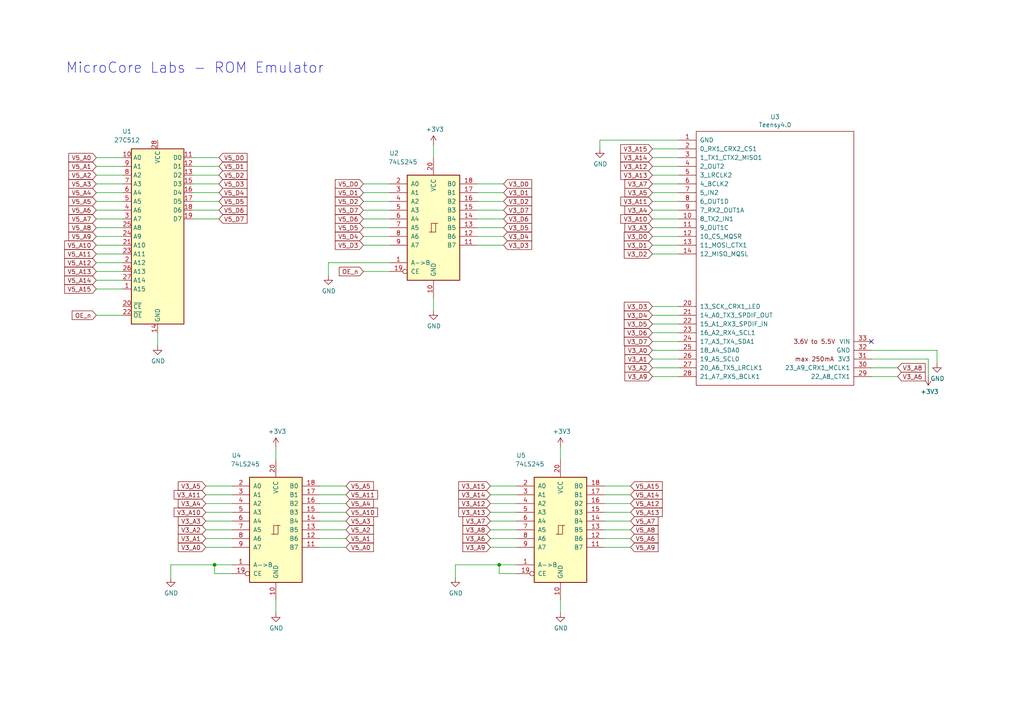
<source format=kicad_sch>
(kicad_sch (version 20211123) (generator eeschema)
  (paper "A4")
  (lib_symbols
    (symbol "74xx:74LS245" (pin_names (offset 1.016))
      (property "Reference" "U" (at -7.62 16.51 0))
      (property "Value" "74LS245" (at -7.62 -16.51 0))
      (symbol "74LS245_1_0"
        (polyline (pts (xy -0.635 -1.27) (xy -0.635 1.27) (xy 0.635 1.27)))
        (polyline (pts (xy -1.27 -1.27) (xy 0.635 -1.27) (xy 0.635 1.27) (xy 1.27 1.27)))
        (pin input line (at -12.7 -10.16 0) (length 5.08) (name "A->B") (number "1"))
        (pin power_in line (at 0 -20.32 90) (length 5.08) (name "GND") (number "10"))
        (pin tri_state line (at 12.7 -5.08 180) (length 5.08) (name "B7") (number "11"))
        (pin tri_state line (at 12.7 -2.54 180) (length 5.08) (name "B6") (number "12"))
        (pin tri_state line (at 12.7 0 180) (length 5.08) (name "B5") (number "13"))
        (pin tri_state line (at 12.7 2.54 180) (length 5.08) (name "B4") (number "14"))
        (pin tri_state line (at 12.7 5.08 180) (length 5.08) (name "B3") (number "15"))
        (pin tri_state line (at 12.7 7.62 180) (length 5.08) (name "B2") (number "16"))
        (pin tri_state line (at 12.7 10.16 180) (length 5.08) (name "B1") (number "17"))
        (pin tri_state line (at 12.7 12.7 180) (length 5.08) (name "B0") (number "18"))
        (pin input inverted (at -12.7 -12.7 0) (length 5.08) (name "CE") (number "19"))
        (pin tri_state line (at -12.7 12.7 0) (length 5.08) (name "A0") (number "2"))
        (pin power_in line (at 0 20.32 270) (length 5.08) (name "VCC") (number "20"))
        (pin tri_state line (at -12.7 10.16 0) (length 5.08) (name "A1") (number "3"))
        (pin tri_state line (at -12.7 7.62 0) (length 5.08) (name "A2") (number "4"))
        (pin tri_state line (at -12.7 5.08 0) (length 5.08) (name "A3") (number "5"))
        (pin tri_state line (at -12.7 2.54 0) (length 5.08) (name "A4") (number "6"))
        (pin tri_state line (at -12.7 0 0) (length 5.08) (name "A5") (number "7"))
        (pin tri_state line (at -12.7 -2.54 0) (length 5.08) (name "A6") (number "8"))
        (pin tri_state line (at -12.7 -5.08 0) (length 5.08) (name "A7") (number "9"))
      )
      (symbol "74LS245_1_1"
        (rectangle (start -7.62 15.24) (end 7.62 -15.24) (stroke (width 0.254)) (fill (type background)))
      )
    )
    (symbol "Memory_EPROM:27C512"
      (property "Reference" "U" (at -7.62 26.67 0))
      (property "Value" "27C512" (at 2.54 -26.67 0))
      (symbol "27C512_1_1"
        (rectangle (start -7.62 25.4) (end 7.62 -25.4) (stroke (width 0.254)) (fill (type background)))
        (pin input line (at -10.16 -15.24 0) (length 2.54) (name "A15") (number "1"))
        (pin input line (at -10.16 22.86 0) (length 2.54) (name "A0") (number "10"))
        (pin tri_state line (at 10.16 22.86 180) (length 2.54) (name "D0") (number "11"))
        (pin tri_state line (at 10.16 20.32 180) (length 2.54) (name "D1") (number "12"))
        (pin tri_state line (at 10.16 17.78 180) (length 2.54) (name "D2") (number "13"))
        (pin power_in line (at 0 -27.94 90) (length 2.54) (name "GND") (number "14"))
        (pin tri_state line (at 10.16 15.24 180) (length 2.54) (name "D3") (number "15"))
        (pin tri_state line (at 10.16 12.7 180) (length 2.54) (name "D4") (number "16"))
        (pin tri_state line (at 10.16 10.16 180) (length 2.54) (name "D5") (number "17"))
        (pin tri_state line (at 10.16 7.62 180) (length 2.54) (name "D6") (number "18"))
        (pin tri_state line (at 10.16 5.08 180) (length 2.54) (name "D7") (number "19"))
        (pin input line (at -10.16 -7.62 0) (length 2.54) (name "A12") (number "2"))
        (pin input line (at -10.16 -20.32 0) (length 2.54) (name "~{CE}") (number "20"))
        (pin input line (at -10.16 -2.54 0) (length 2.54) (name "A10") (number "21"))
        (pin input line (at -10.16 -22.86 0) (length 2.54) (name "~{OE}") (number "22"))
        (pin input line (at -10.16 -5.08 0) (length 2.54) (name "A11") (number "23"))
        (pin input line (at -10.16 0 0) (length 2.54) (name "A9") (number "24"))
        (pin input line (at -10.16 2.54 0) (length 2.54) (name "A8") (number "25"))
        (pin input line (at -10.16 -10.16 0) (length 2.54) (name "A13") (number "26"))
        (pin input line (at -10.16 -12.7 0) (length 2.54) (name "A14") (number "27"))
        (pin power_in line (at 0 27.94 270) (length 2.54) (name "VCC") (number "28"))
        (pin input line (at -10.16 5.08 0) (length 2.54) (name "A7") (number "3"))
        (pin input line (at -10.16 7.62 0) (length 2.54) (name "A6") (number "4"))
        (pin input line (at -10.16 10.16 0) (length 2.54) (name "A5") (number "5"))
        (pin input line (at -10.16 12.7 0) (length 2.54) (name "A4") (number "6"))
        (pin input line (at -10.16 15.24 0) (length 2.54) (name "A3") (number "7"))
        (pin input line (at -10.16 17.78 0) (length 2.54) (name "A2") (number "8"))
        (pin input line (at -10.16 20.32 0) (length 2.54) (name "A1") (number "9"))
      )
    )
    (symbol "ROM_Emulator-rescue:+3.3V-power" (power) (pin_names (offset 0))
      (property "Value" "+3.3V-power" (at 0 3.556 0))
      (symbol "+3.3V-power_0_1"
        (polyline (pts (xy -0.762 1.27) (xy 0 2.54)))
        (polyline (pts (xy 0 0) (xy 0 2.54)))
        (polyline (pts (xy 0 2.54) (xy 0.762 1.27)))
      )
      (symbol "+3.3V-power_1_1"
        (pin power_in line (at 0 0 90) (length 0) hide (name "+3V3") (number "1"))
      )
    )
    (symbol "ROM_Emulator-rescue:Teensy4.0" (pin_names (offset 1.016))
      (property "Reference" "U" (at 0 39.37 0))
      (property "Value" "Teensy4.0" (at 0 -39.37 0))
      (symbol "Teensy4.0_0_0"
        (text "3.6V to 5.5V" (at 11.43 -24.13 0) (effects (font (size 1.27 1.27))))
        (text "max 250mA" (at 11.43 -29.21 0) (effects (font (size 1.27 1.27))))
        (pin bidirectional line (at -27.94 11.43 0) (length 5.08) (name "8_TX2_IN1") (number "10"))
        (pin bidirectional line (at -27.94 8.89 0) (length 5.08) (name "9_OUT1C") (number "11"))
        (pin bidirectional line (at -27.94 6.35 0) (length 5.08) (name "10_CS_MQSR") (number "12"))
        (pin bidirectional line (at -27.94 3.81 0) (length 5.08) (name "11_MOSI_CTX1") (number "13"))
        (pin bidirectional line (at -27.94 1.27 0) (length 5.08) (name "12_MISO_MQSL") (number "14"))
        (pin bidirectional line (at -27.94 -13.97 0) (length 5.08) (name "13_SCK_CRX1_LED") (number "20"))
        (pin bidirectional line (at -27.94 -16.51 0) (length 5.08) (name "14_A0_TX3_SPDIF_OUT") (number "21"))
        (pin bidirectional line (at -27.94 -19.05 0) (length 5.08) (name "15_A1_RX3_SPDIF_IN") (number "22"))
        (pin bidirectional line (at -27.94 -21.59 0) (length 5.08) (name "16_A2_RX4_SCL1") (number "23"))
        (pin bidirectional line (at -27.94 -24.13 0) (length 5.08) (name "17_A3_TX4_SDA1") (number "24"))
        (pin bidirectional line (at -27.94 -26.67 0) (length 5.08) (name "18_A4_SDA0") (number "25"))
        (pin bidirectional line (at -27.94 -29.21 0) (length 5.08) (name "19_A5_SCL0") (number "26"))
        (pin bidirectional line (at -27.94 -31.75 0) (length 5.08) (name "20_A6_TX5_LRCLK1") (number "27"))
        (pin bidirectional line (at -27.94 -34.29 0) (length 5.08) (name "21_A7_RX5_BCLK1") (number "28"))
        (pin bidirectional line (at 27.94 -34.29 180) (length 5.08) (name "22_A8_CTX1") (number "29"))
        (pin bidirectional line (at 27.94 -31.75 180) (length 5.08) (name "23_A9_CRX1_MCLK1") (number "30"))
        (pin power_out line (at 27.94 -29.21 180) (length 5.08) (name "3V3") (number "31"))
        (pin power_in line (at 27.94 -26.67 180) (length 5.08) (name "GND") (number "32"))
        (pin power_in line (at 27.94 -24.13 180) (length 5.08) (name "VIN") (number "33"))
        (pin bidirectional line (at -27.94 24.13 0) (length 5.08) (name "3_LRCLK2") (number "5"))
        (pin bidirectional line (at -27.94 21.59 0) (length 5.08) (name "4_BCLK2") (number "6"))
        (pin bidirectional line (at -27.94 19.05 0) (length 5.08) (name "5_IN2") (number "7"))
        (pin bidirectional line (at -27.94 16.51 0) (length 5.08) (name "6_OUT1D") (number "8"))
        (pin bidirectional line (at -27.94 13.97 0) (length 5.08) (name "7_RX2_OUT1A") (number "9"))
      )
      (symbol "Teensy4.0_0_1"
        (rectangle (start -22.86 36.83) (end 22.86 -36.83))
        (rectangle (start -20.32 -31.75) (end -20.32 -31.75))
      )
      (symbol "Teensy4.0_1_1"
        (pin power_in line (at -27.94 34.29 0) (length 5.08) (name "GND") (number "1"))
        (pin bidirectional line (at -27.94 31.75 0) (length 5.08) (name "0_RX1_CRX2_CS1") (number "2"))
        (pin bidirectional line (at -27.94 29.21 0) (length 5.08) (name "1_TX1_CTX2_MISO1") (number "3"))
        (pin bidirectional line (at -27.94 26.67 0) (length 5.08) (name "2_OUT2") (number "4"))
      )
    )
    (symbol "power:GND" (power) (pin_names (offset 0))
      (property "Value" "GND" (at 0 -3.81 0))
      (symbol "GND_0_1"
        (polyline (pts (xy 0 0) (xy 0 -1.27) (xy 1.27 -1.27) (xy 0 -2.54) (xy -1.27 -1.27) (xy 0 -1.27)))
      )
      (symbol "GND_1_1"
        (pin power_in line (at 0 0 270) (length 0) hide (name "GND") (number "1"))
      )
    )
  )
  (junction (at 144.78 163.83))
  (junction (at 62.23 163.83))
  (no_connect (at 252.73 99.06))
  (wire (pts (xy 182.88 153.67) (xy 175.26 153.67)))
  (wire (pts (xy 27.94 71.12) (xy 35.56 71.12)))
  (wire (pts (xy 269.24 104.14) (xy 269.24 109.22)))
  (wire (pts (xy 27.94 45.72) (xy 35.56 45.72)))
  (wire (pts (xy 113.03 76.2) (xy 95.25 76.2)))
  (wire (pts (xy 146.05 55.88) (xy 138.43 55.88)))
  (wire (pts (xy 27.94 68.58) (xy 35.56 68.58)))
  (wire (pts (xy 27.94 81.28) (xy 35.56 81.28)))
  (wire (pts (xy 173.99 40.64) (xy 173.99 43.18)))
  (wire (pts (xy 27.94 83.82) (xy 35.56 83.82)))
  (wire (pts (xy 189.23 106.68) (xy 196.85 106.68)))
  (wire (pts (xy 27.94 58.42) (xy 35.56 58.42)))
  (wire (pts (xy 105.41 63.5) (xy 113.03 63.5)))
  (wire (pts (xy 146.05 53.34) (xy 138.43 53.34)))
  (wire (pts (xy 189.23 43.18) (xy 196.85 43.18)))
  (wire (pts (xy 59.69 158.75) (xy 67.31 158.75)))
  (wire (pts (xy 100.33 158.75) (xy 92.71 158.75)))
  (wire (pts (xy 142.24 146.05) (xy 149.86 146.05)))
  (wire (pts (xy 146.05 58.42) (xy 138.43 58.42)))
  (wire (pts (xy 189.23 73.66) (xy 196.85 73.66)))
  (wire (pts (xy 142.24 158.75) (xy 149.86 158.75)))
  (wire (pts (xy 252.73 101.6) (xy 271.78 101.6)))
  (wire (pts (xy 189.23 101.6) (xy 196.85 101.6)))
  (wire (pts (xy 67.31 163.83) (xy 62.23 163.83)))
  (wire (pts (xy 63.5 45.72) (xy 55.88 45.72)))
  (wire (pts (xy 189.23 58.42) (xy 196.85 58.42)))
  (wire (pts (xy 125.73 90.17) (xy 125.73 86.36)))
  (wire (pts (xy 260.35 109.22) (xy 252.73 109.22)))
  (wire (pts (xy 27.94 78.74) (xy 35.56 78.74)))
  (wire (pts (xy 189.23 45.72) (xy 196.85 45.72)))
  (wire (pts (xy 27.94 63.5) (xy 35.56 63.5)))
  (wire (pts (xy 80.01 133.35) (xy 80.01 129.54)))
  (wire (pts (xy 189.23 104.14) (xy 196.85 104.14)))
  (wire (pts (xy 100.33 156.21) (xy 92.71 156.21)))
  (wire (pts (xy 59.69 148.59) (xy 67.31 148.59)))
  (wire (pts (xy 189.23 48.26) (xy 196.85 48.26)))
  (wire (pts (xy 105.41 68.58) (xy 113.03 68.58)))
  (wire (pts (xy 189.23 50.8) (xy 196.85 50.8)))
  (wire (pts (xy 144.78 166.37) (xy 144.78 163.83)))
  (wire (pts (xy 100.33 140.97) (xy 92.71 140.97)))
  (wire (pts (xy 59.69 156.21) (xy 67.31 156.21)))
  (wire (pts (xy 27.94 60.96) (xy 35.56 60.96)))
  (wire (pts (xy 182.88 151.13) (xy 175.26 151.13)))
  (wire (pts (xy 182.88 158.75) (xy 175.26 158.75)))
  (wire (pts (xy 27.94 66.04) (xy 35.56 66.04)))
  (wire (pts (xy 27.94 50.8) (xy 35.56 50.8)))
  (wire (pts (xy 27.94 76.2) (xy 35.56 76.2)))
  (wire (pts (xy 63.5 48.26) (xy 55.88 48.26)))
  (wire (pts (xy 189.23 60.96) (xy 196.85 60.96)))
  (wire (pts (xy 100.33 146.05) (xy 92.71 146.05)))
  (wire (pts (xy 142.24 151.13) (xy 149.86 151.13)))
  (wire (pts (xy 59.69 153.67) (xy 67.31 153.67)))
  (wire (pts (xy 142.24 148.59) (xy 149.86 148.59)))
  (wire (pts (xy 189.23 68.58) (xy 196.85 68.58)))
  (wire (pts (xy 189.23 91.44) (xy 196.85 91.44)))
  (wire (pts (xy 27.94 91.44) (xy 35.56 91.44)))
  (wire (pts (xy 105.41 78.74) (xy 113.03 78.74)))
  (wire (pts (xy 49.53 167.64) (xy 49.53 163.83)))
  (wire (pts (xy 63.5 63.5) (xy 55.88 63.5)))
  (wire (pts (xy 189.23 88.9) (xy 196.85 88.9)))
  (wire (pts (xy 105.41 53.34) (xy 113.03 53.34)))
  (wire (pts (xy 100.33 143.51) (xy 92.71 143.51)))
  (wire (pts (xy 144.78 166.37) (xy 149.86 166.37)))
  (wire (pts (xy 63.5 50.8) (xy 55.88 50.8)))
  (wire (pts (xy 142.24 156.21) (xy 149.86 156.21)))
  (wire (pts (xy 146.05 68.58) (xy 138.43 68.58)))
  (wire (pts (xy 62.23 163.83) (xy 49.53 163.83)))
  (wire (pts (xy 189.23 63.5) (xy 196.85 63.5)))
  (wire (pts (xy 146.05 63.5) (xy 138.43 63.5)))
  (wire (pts (xy 146.05 66.04) (xy 138.43 66.04)))
  (wire (pts (xy 125.73 45.72) (xy 125.73 41.91)))
  (wire (pts (xy 59.69 146.05) (xy 67.31 146.05)))
  (wire (pts (xy 146.05 60.96) (xy 138.43 60.96)))
  (wire (pts (xy 162.56 177.8) (xy 162.56 173.99)))
  (wire (pts (xy 62.23 166.37) (xy 67.31 166.37)))
  (wire (pts (xy 27.94 48.26) (xy 35.56 48.26)))
  (wire (pts (xy 142.24 143.51) (xy 149.86 143.51)))
  (wire (pts (xy 63.5 58.42) (xy 55.88 58.42)))
  (wire (pts (xy 95.25 80.01) (xy 95.25 76.2)))
  (wire (pts (xy 189.23 66.04) (xy 196.85 66.04)))
  (wire (pts (xy 63.5 55.88) (xy 55.88 55.88)))
  (wire (pts (xy 142.24 140.97) (xy 149.86 140.97)))
  (wire (pts (xy 173.99 40.64) (xy 196.85 40.64)))
  (wire (pts (xy 182.88 146.05) (xy 175.26 146.05)))
  (wire (pts (xy 59.69 140.97) (xy 67.31 140.97)))
  (wire (pts (xy 62.23 166.37) (xy 62.23 163.83)))
  (wire (pts (xy 189.23 109.22) (xy 196.85 109.22)))
  (wire (pts (xy 260.35 106.68) (xy 252.73 106.68)))
  (wire (pts (xy 271.78 105.41) (xy 271.78 101.6)))
  (wire (pts (xy 63.5 60.96) (xy 55.88 60.96)))
  (wire (pts (xy 142.24 153.67) (xy 149.86 153.67)))
  (wire (pts (xy 100.33 151.13) (xy 92.71 151.13)))
  (wire (pts (xy 27.94 73.66) (xy 35.56 73.66)))
  (wire (pts (xy 182.88 140.97) (xy 175.26 140.97)))
  (wire (pts (xy 189.23 71.12) (xy 196.85 71.12)))
  (wire (pts (xy 59.69 143.51) (xy 67.31 143.51)))
  (wire (pts (xy 189.23 96.52) (xy 196.85 96.52)))
  (wire (pts (xy 132.08 167.64) (xy 132.08 163.83)))
  (wire (pts (xy 45.72 100.33) (xy 45.72 96.52)))
  (wire (pts (xy 189.23 53.34) (xy 196.85 53.34)))
  (wire (pts (xy 100.33 153.67) (xy 92.71 153.67)))
  (wire (pts (xy 189.23 99.06) (xy 196.85 99.06)))
  (wire (pts (xy 105.41 60.96) (xy 113.03 60.96)))
  (wire (pts (xy 182.88 156.21) (xy 175.26 156.21)))
  (wire (pts (xy 27.94 53.34) (xy 35.56 53.34)))
  (wire (pts (xy 149.86 163.83) (xy 144.78 163.83)))
  (wire (pts (xy 252.73 104.14) (xy 269.24 104.14)))
  (wire (pts (xy 144.78 163.83) (xy 132.08 163.83)))
  (wire (pts (xy 189.23 55.88) (xy 196.85 55.88)))
  (wire (pts (xy 146.05 71.12) (xy 138.43 71.12)))
  (wire (pts (xy 100.33 148.59) (xy 92.71 148.59)))
  (wire (pts (xy 105.41 55.88) (xy 113.03 55.88)))
  (wire (pts (xy 63.5 53.34) (xy 55.88 53.34)))
  (wire (pts (xy 189.23 93.98) (xy 196.85 93.98)))
  (wire (pts (xy 105.41 71.12) (xy 113.03 71.12)))
  (wire (pts (xy 182.88 148.59) (xy 175.26 148.59)))
  (wire (pts (xy 80.01 177.8) (xy 80.01 173.99)))
  (wire (pts (xy 105.41 58.42) (xy 113.03 58.42)))
  (wire (pts (xy 27.94 55.88) (xy 35.56 55.88)))
  (wire (pts (xy 182.88 143.51) (xy 175.26 143.51)))
  (wire (pts (xy 105.41 66.04) (xy 113.03 66.04)))
  (wire (pts (xy 162.56 133.35) (xy 162.56 129.54)))
  (wire (pts (xy 59.69 151.13) (xy 67.31 151.13)))
  (text "MicroCore Labs - ROM Emulator\n" (at 19.05 21.59 0) (effects (font (size 2.9972 2.9972)) (justify left bottom)))
  (global_label "V5_A14" (shape input) (at 27.94 81.28 180) (property "Intersheet References" "${INTERSHEET_REFS}" (effects hide)))
  (global_label "V3_D7" (shape input) (at 189.23 99.06 180) (property "Intersheet References" "${INTERSHEET_REFS}" (effects hide)))
  (global_label "V3_A11" (shape input) (at 189.23 58.42 180) (property "Intersheet References" "${INTERSHEET_REFS}" (effects hide)))
  (global_label "V5_A10" (shape input) (at 27.94 71.12 180) (property "Intersheet References" "${INTERSHEET_REFS}" (effects hide)))
  (global_label "V3_A3" (shape input) (at 189.23 66.04 180) (property "Intersheet References" "${INTERSHEET_REFS}" (effects hide)))
  (global_label "V5_A1" (shape input) (at 100.33 156.21 0) (property "Intersheet References" "${INTERSHEET_REFS}" (effects hide)))
  (global_label "V5_A9" (shape input) (at 182.88 158.75 0) (property "Intersheet References" "${INTERSHEET_REFS}" (effects hide)))
  (global_label "V3_A0" (shape input) (at 59.69 158.75 180) (property "Intersheet References" "${INTERSHEET_REFS}" (effects hide)))
  (global_label "V3_A7" (shape input) (at 189.23 53.34 180) (property "Intersheet References" "${INTERSHEET_REFS}" (effects hide)))
  (global_label "V5_A3" (shape input) (at 100.33 151.13 0) (property "Intersheet References" "${INTERSHEET_REFS}" (effects hide)))
  (global_label "V3_D1" (shape input) (at 189.23 71.12 180) (property "Intersheet References" "${INTERSHEET_REFS}" (effects hide)))
  (global_label "V5_A2" (shape input) (at 27.94 50.8 180) (property "Intersheet References" "${INTERSHEET_REFS}" (effects hide)))
  (global_label "V5_D2" (shape input) (at 63.5 50.8 0) (property "Intersheet References" "${INTERSHEET_REFS}" (effects hide)))
  (global_label "V3_D0" (shape input) (at 146.05 53.34 0) (property "Intersheet References" "${INTERSHEET_REFS}" (effects hide)))
  (global_label "V3_A13" (shape input) (at 189.23 50.8 180) (property "Intersheet References" "${INTERSHEET_REFS}" (effects hide)))
  (global_label "V5_A5" (shape input) (at 100.33 140.97 0) (property "Intersheet References" "${INTERSHEET_REFS}" (effects hide)))
  (global_label "V5_A11" (shape input) (at 100.33 143.51 0) (property "Intersheet References" "${INTERSHEET_REFS}" (effects hide)))
  (global_label "V3_A1" (shape input) (at 59.69 156.21 180) (property "Intersheet References" "${INTERSHEET_REFS}" (effects hide)))
  (global_label "V5_A8" (shape input) (at 182.88 153.67 0) (property "Intersheet References" "${INTERSHEET_REFS}" (effects hide)))
  (global_label "V3_A6" (shape input) (at 260.35 109.22 0) (property "Intersheet References" "${INTERSHEET_REFS}" (effects hide)))
  (global_label "V5_A6" (shape input) (at 182.88 156.21 0) (property "Intersheet References" "${INTERSHEET_REFS}" (effects hide)))
  (global_label "V5_A3" (shape input) (at 27.94 53.34 180) (property "Intersheet References" "${INTERSHEET_REFS}" (effects hide)))
  (global_label "V3_A4" (shape input) (at 59.69 146.05 180) (property "Intersheet References" "${INTERSHEET_REFS}" (effects hide)))
  (global_label "V5_A6" (shape input) (at 27.94 60.96 180) (property "Intersheet References" "${INTERSHEET_REFS}" (effects hide)))
  (global_label "V5_D6" (shape input) (at 63.5 60.96 0) (property "Intersheet References" "${INTERSHEET_REFS}" (effects hide)))
  (global_label "V5_A0" (shape input) (at 100.33 158.75 0) (property "Intersheet References" "${INTERSHEET_REFS}" (effects hide)))
  (global_label "V5_A2" (shape input) (at 100.33 153.67 0) (property "Intersheet References" "${INTERSHEET_REFS}" (effects hide)))
  (global_label "V5_D3" (shape input) (at 105.41 71.12 180) (property "Intersheet References" "${INTERSHEET_REFS}" (effects hide)))
  (global_label "V3_A15" (shape input) (at 189.23 43.18 180) (property "Intersheet References" "${INTERSHEET_REFS}" (effects hide)))
  (global_label "V3_A4" (shape input) (at 189.23 60.96 180) (property "Intersheet References" "${INTERSHEET_REFS}" (effects hide)))
  (global_label "V3_A8" (shape input) (at 142.24 153.67 180) (property "Intersheet References" "${INTERSHEET_REFS}" (effects hide)))
  (global_label "V3_A11" (shape input) (at 59.69 143.51 180) (property "Intersheet References" "${INTERSHEET_REFS}" (effects hide)))
  (global_label "V5_D5" (shape input) (at 105.41 66.04 180) (property "Intersheet References" "${INTERSHEET_REFS}" (effects hide)))
  (global_label "V3_D3" (shape input) (at 146.05 71.12 0) (property "Intersheet References" "${INTERSHEET_REFS}" (effects hide)))
  (global_label "V3_A15" (shape input) (at 142.24 140.97 180) (property "Intersheet References" "${INTERSHEET_REFS}" (effects hide)))
  (global_label "V5_A13" (shape input) (at 182.88 148.59 0) (property "Intersheet References" "${INTERSHEET_REFS}" (effects hide)))
  (global_label "V5_D4" (shape input) (at 105.41 68.58 180) (property "Intersheet References" "${INTERSHEET_REFS}" (effects hide)))
  (global_label "V3_A9" (shape input) (at 142.24 158.75 180) (property "Intersheet References" "${INTERSHEET_REFS}" (effects hide)))
  (global_label "V3_D7" (shape input) (at 146.05 60.96 0) (property "Intersheet References" "${INTERSHEET_REFS}" (effects hide)))
  (global_label "V3_D3" (shape input) (at 189.23 88.9 180) (property "Intersheet References" "${INTERSHEET_REFS}" (effects hide)))
  (global_label "V3_A5" (shape input) (at 59.69 140.97 180) (property "Intersheet References" "${INTERSHEET_REFS}" (effects hide)))
  (global_label "V5_A13" (shape input) (at 27.94 78.74 180) (property "Intersheet References" "${INTERSHEET_REFS}" (effects hide)))
  (global_label "OE_n" (shape input) (at 27.94 91.44 180) (property "Intersheet References" "${INTERSHEET_REFS}" (effects hide)))
  (global_label "V5_A15" (shape input) (at 27.94 83.82 180) (property "Intersheet References" "${INTERSHEET_REFS}" (effects hide)))
  (global_label "V3_A6" (shape input) (at 142.24 156.21 180) (property "Intersheet References" "${INTERSHEET_REFS}" (effects hide)))
  (global_label "V5_A15" (shape input) (at 182.88 140.97 0) (property "Intersheet References" "${INTERSHEET_REFS}" (effects hide)))
  (global_label "V5_A4" (shape input) (at 100.33 146.05 0) (property "Intersheet References" "${INTERSHEET_REFS}" (effects hide)))
  (global_label "V5_D6" (shape input) (at 105.41 63.5 180) (property "Intersheet References" "${INTERSHEET_REFS}" (effects hide)))
  (global_label "V3_D2" (shape input) (at 146.05 58.42 0) (property "Intersheet References" "${INTERSHEET_REFS}" (effects hide)))
  (global_label "V3_A14" (shape input) (at 142.24 143.51 180) (property "Intersheet References" "${INTERSHEET_REFS}" (effects hide)))
  (global_label "V5_A11" (shape input) (at 27.94 73.66 180) (property "Intersheet References" "${INTERSHEET_REFS}" (effects hide)))
  (global_label "OE_n" (shape input) (at 105.41 78.74 180) (property "Intersheet References" "${INTERSHEET_REFS}" (effects hide)))
  (global_label "V3_D2" (shape input) (at 189.23 73.66 180) (property "Intersheet References" "${INTERSHEET_REFS}" (effects hide)))
  (global_label "V5_D0" (shape input) (at 63.5 45.72 0) (property "Intersheet References" "${INTERSHEET_REFS}" (effects hide)))
  (global_label "V3_A14" (shape input) (at 189.23 45.72 180) (property "Intersheet References" "${INTERSHEET_REFS}" (effects hide)))
  (global_label "V3_A5" (shape input) (at 189.23 55.88 180) (property "Intersheet References" "${INTERSHEET_REFS}" (effects hide)))
  (global_label "V3_D0" (shape input) (at 189.23 68.58 180) (property "Intersheet References" "${INTERSHEET_REFS}" (effects hide)))
  (global_label "V3_D5" (shape input) (at 189.23 93.98 180) (property "Intersheet References" "${INTERSHEET_REFS}" (effects hide)))
  (global_label "V5_A9" (shape input) (at 27.94 68.58 180) (property "Intersheet References" "${INTERSHEET_REFS}" (effects hide)))
  (global_label "V5_A5" (shape input) (at 27.94 58.42 180) (property "Intersheet References" "${INTERSHEET_REFS}" (effects hide)))
  (global_label "V5_A12" (shape input) (at 182.88 146.05 0) (property "Intersheet References" "${INTERSHEET_REFS}" (effects hide)))
  (global_label "V5_A8" (shape input) (at 27.94 66.04 180) (property "Intersheet References" "${INTERSHEET_REFS}" (effects hide)))
  (global_label "V5_A14" (shape input) (at 182.88 143.51 0) (property "Intersheet References" "${INTERSHEET_REFS}" (effects hide)))
  (global_label "V5_D7" (shape input) (at 63.5 63.5 0) (property "Intersheet References" "${INTERSHEET_REFS}" (effects hide)))
  (global_label "V3_D4" (shape input) (at 189.23 91.44 180) (property "Intersheet References" "${INTERSHEET_REFS}" (effects hide)))
  (global_label "V5_D1" (shape input) (at 105.41 55.88 180) (property "Intersheet References" "${INTERSHEET_REFS}" (effects hide)))
  (global_label "V3_D1" (shape input) (at 146.05 55.88 0) (property "Intersheet References" "${INTERSHEET_REFS}" (effects hide)))
  (global_label "V5_A0" (shape input) (at 27.94 45.72 180) (property "Intersheet References" "${INTERSHEET_REFS}" (effects hide)))
  (global_label "V5_D5" (shape input) (at 63.5 58.42 0) (property "Intersheet References" "${INTERSHEET_REFS}" (effects hide)))
  (global_label "V5_A4" (shape input) (at 27.94 55.88 180) (property "Intersheet References" "${INTERSHEET_REFS}" (effects hide)))
  (global_label "V3_A3" (shape input) (at 59.69 151.13 180) (property "Intersheet References" "${INTERSHEET_REFS}" (effects hide)))
  (global_label "V3_A10" (shape input) (at 189.23 63.5 180) (property "Intersheet References" "${INTERSHEET_REFS}" (effects hide)))
  (global_label "V5_A12" (shape input) (at 27.94 76.2 180) (property "Intersheet References" "${INTERSHEET_REFS}" (effects hide)))
  (global_label "V3_A9" (shape input) (at 189.23 109.22 180) (property "Intersheet References" "${INTERSHEET_REFS}" (effects hide)))
  (global_label "V5_A7" (shape input) (at 27.94 63.5 180) (property "Intersheet References" "${INTERSHEET_REFS}" (effects hide)))
  (global_label "V3_D6" (shape input) (at 146.05 63.5 0) (property "Intersheet References" "${INTERSHEET_REFS}" (effects hide)))
  (global_label "V3_A10" (shape input) (at 59.69 148.59 180) (property "Intersheet References" "${INTERSHEET_REFS}" (effects hide)))
  (global_label "V3_A0" (shape input) (at 189.23 101.6 180) (property "Intersheet References" "${INTERSHEET_REFS}" (effects hide)))
  (global_label "V5_D2" (shape input) (at 105.41 58.42 180) (property "Intersheet References" "${INTERSHEET_REFS}" (effects hide)))
  (global_label "V3_A13" (shape input) (at 142.24 148.59 180) (property "Intersheet References" "${INTERSHEET_REFS}" (effects hide)))
  (global_label "V5_D0" (shape input) (at 105.41 53.34 180) (property "Intersheet References" "${INTERSHEET_REFS}" (effects hide)))
  (global_label "V3_D5" (shape input) (at 146.05 66.04 0) (property "Intersheet References" "${INTERSHEET_REFS}" (effects hide)))
  (global_label "V3_A8" (shape input) (at 260.35 106.68 0) (property "Intersheet References" "${INTERSHEET_REFS}" (effects hide)))
  (global_label "V5_A10" (shape input) (at 100.33 148.59 0) (property "Intersheet References" "${INTERSHEET_REFS}" (effects hide)))
  (global_label "V3_D4" (shape input) (at 146.05 68.58 0) (property "Intersheet References" "${INTERSHEET_REFS}" (effects hide)))
  (global_label "V5_A7" (shape input) (at 182.88 151.13 0) (property "Intersheet References" "${INTERSHEET_REFS}" (effects hide)))
  (global_label "V3_A12" (shape input) (at 142.24 146.05 180) (property "Intersheet References" "${INTERSHEET_REFS}" (effects hide)))
  (global_label "V5_A1" (shape input) (at 27.94 48.26 180) (property "Intersheet References" "${INTERSHEET_REFS}" (effects hide)))
  (global_label "V5_D3" (shape input) (at 63.5 53.34 0) (property "Intersheet References" "${INTERSHEET_REFS}" (effects hide)))
  (global_label "V3_D6" (shape input) (at 189.23 96.52 180) (property "Intersheet References" "${INTERSHEET_REFS}" (effects hide)))
  (global_label "V3_A7" (shape input) (at 142.24 151.13 180) (property "Intersheet References" "${INTERSHEET_REFS}" (effects hide)))
  (global_label "V3_A2" (shape input) (at 59.69 153.67 180) (property "Intersheet References" "${INTERSHEET_REFS}" (effects hide)))
  (global_label "V5_D1" (shape input) (at 63.5 48.26 0) (property "Intersheet References" "${INTERSHEET_REFS}" (effects hide)))
  (global_label "V5_D7" (shape input) (at 105.41 60.96 180) (property "Intersheet References" "${INTERSHEET_REFS}" (effects hide)))
  (global_label "V3_A1" (shape input) (at 189.23 104.14 180) (property "Intersheet References" "${INTERSHEET_REFS}" (effects hide)))
  (global_label "V3_A2" (shape input) (at 189.23 106.68 180) (property "Intersheet References" "${INTERSHEET_REFS}" (effects hide)))
  (global_label "V5_D4" (shape input) (at 63.5 55.88 0) (property "Intersheet References" "${INTERSHEET_REFS}" (effects hide)))
  (global_label "V3_A12" (shape input) (at 189.23 48.26 180) (property "Intersheet References" "${INTERSHEET_REFS}" (effects hide)))
  (symbol (lib_id "ROM_Emulator-rescue:Teensy4.0") (at 224.79 74.93 0) (unit 1)
    (property "Reference" "U3" (at 224.79 33.909 0))
    (property "Value" "Teensy4.0" (at 224.79 36.2204 0))
    (property "Footprint" "ROM_Emulator:Teensy40" (effects hide))
  )
  (symbol (lib_id "Memory_EPROM:27C512") (at 45.72 68.58 0) (unit 1)
    (property "Reference" "U1" (at 36.83 38.1 0))
    (property "Value" "27C512" (at 36.83 40.64 0))
    (property "Footprint" "Package_DIP:DIP-28_W15.24mm" (effects hide))
    (property "Datasheet" "http://ww1.microchip.com/downloads/en/DeviceDoc/doc0015.pdf" (effects hide))
  )
  (symbol (lib_id "74xx:74LS245") (at 125.73 66.04 0) (unit 1)
    (property "Reference" "U2" (at 114.3 44.45 0))
    (property "Value" "74LS245" (at 116.84 46.99 0))
    (property "Footprint" "Package_SO:SSOP-20_5.3x7.2mm_P0.65mm" (effects hide))
    (property "Datasheet" "http://www.ti.com/lit/gpn/sn74LS245" (effects hide))
  )
  (symbol (lib_id "power:GND") (at 45.72 100.33 0) (unit 1)
    (property "Reference" "#PWR01" (effects hide))
    (property "Value" "GND" (at 45.847 104.7242 0))
  )
  (symbol (lib_id "power:GND") (at 125.73 90.17 0) (unit 1)
    (property "Reference" "#PWR04" (effects hide))
    (property "Value" "GND" (at 125.857 94.5642 0))
  )
  (symbol (lib_id "ROM_Emulator-rescue:+3.3V-power") (at 125.73 41.91 0) (unit 1)
    (property "Reference" "#PWR03" (effects hide))
    (property "Value" "+3.3V" (at 126.111 37.5158 0))
  )
  (symbol (lib_id "power:GND") (at 95.25 80.01 0) (unit 1)
    (property "Reference" "#PWR02" (effects hide))
    (property "Value" "GND" (at 95.377 84.4042 0))
  )
  (symbol (lib_id "power:GND") (at 80.01 177.8 0) (unit 1)
    (property "Reference" "#PWR0101" (effects hide))
    (property "Value" "GND" (at 80.137 182.1942 0))
  )
  (symbol (lib_id "ROM_Emulator-rescue:+3.3V-power") (at 80.01 129.54 0) (unit 1)
    (property "Reference" "#PWR0102" (effects hide))
    (property "Value" "+3.3V" (at 80.391 125.1458 0))
  )
  (symbol (lib_id "74xx:74LS245") (at 80.01 153.67 0) (unit 1)
    (property "Reference" "U4" (at 68.58 132.08 0))
    (property "Value" "74LS245" (at 71.12 134.62 0))
    (property "Footprint" "Package_SO:SSOP-20_5.3x7.2mm_P0.65mm" (effects hide))
    (property "Datasheet" "http://www.ti.com/lit/gpn/sn74LS245" (effects hide))
  )
  (symbol (lib_id "power:GND") (at 49.53 167.64 0) (unit 1)
    (property "Reference" "#PWR0103" (effects hide))
    (property "Value" "GND" (at 49.657 172.0342 0))
  )
  (symbol (lib_id "power:GND") (at 162.56 177.8 0) (unit 1)
    (property "Reference" "#PWR0104" (effects hide))
    (property "Value" "GND" (at 162.687 182.1942 0))
  )
  (symbol (lib_id "ROM_Emulator-rescue:+3.3V-power") (at 162.56 129.54 0) (unit 1)
    (property "Reference" "#PWR0105" (effects hide))
    (property "Value" "+3.3V" (at 162.941 125.1458 0))
  )
  (symbol (lib_id "74xx:74LS245") (at 162.56 153.67 0) (unit 1)
    (property "Reference" "U5" (at 151.13 132.08 0))
    (property "Value" "74LS245" (at 153.67 134.62 0))
    (property "Footprint" "Package_SO:SSOP-20_5.3x7.2mm_P0.65mm" (effects hide))
    (property "Datasheet" "http://www.ti.com/lit/gpn/sn74LS245" (effects hide))
  )
  (symbol (lib_id "power:GND") (at 132.08 167.64 0) (unit 1)
    (property "Reference" "#PWR0106" (effects hide))
    (property "Value" "GND" (at 132.207 172.0342 0))
  )
  (symbol (lib_id "power:GND") (at 173.99 43.18 0) (unit 1)
    (property "Reference" "#PWR0107" (effects hide))
    (property "Value" "GND" (at 174.117 47.5742 0))
  )
  (symbol (lib_id "power:GND") (at 271.78 105.41 0) (unit 1)
    (property "Reference" "#PWR0108" (effects hide))
    (property "Value" "GND" (at 271.907 109.8042 0))
  )
  (symbol (lib_id "ROM_Emulator-rescue:+3.3V-power") (at 269.24 109.22 0) (mirror x) (unit 1)
    (property "Reference" "#PWR0109" (effects hide))
    (property "Value" "+3.3V" (at 269.621 113.6142 0))
  )
)
</source>
